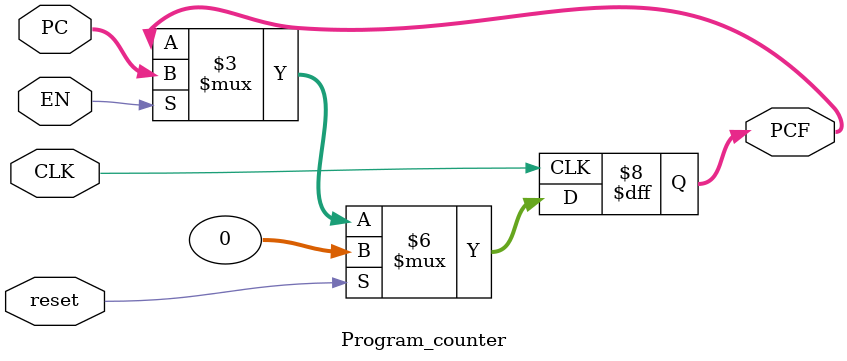
<source format=v>
module Program_counter(PC,PCF,reset,CLK,EN);
input EN;
input reset;
input CLK;
input [31:0] PC;
output reg [31:0] PCF ;

always@(posedge CLK)begin
if(reset)
PCF<=32'h00000000;
else
if(EN)
PCF<=PC;
else 
PCF<=PCF;
end

endmodule

</source>
